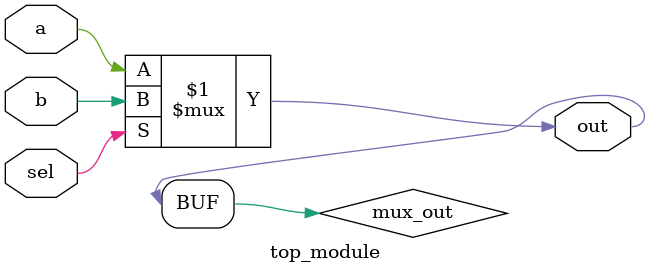
<source format=sv>
module top_module (
	input a,
	input b,
	input sel,
	output out
);

	// wire for connecting the inputs and outputs
	wire mux_out;

	// multiplexer implementation
	assign mux_out = sel ? b : a;

	// assign the output of the multiplexer to the output of the module
	assign out = mux_out;

endmodule

</source>
